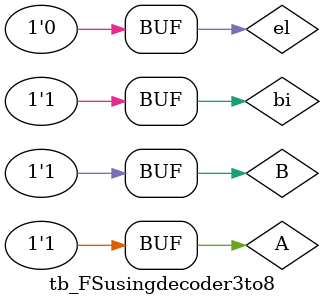
<source format=v>
module decoder3to8df(output [7:0]Y,input el,input [2:0]B);
  assign Y[0]=(~el)&(~(B[2])&(~B[1])&(~B[0]));
    assign Y[1]=(~el)&(~(B[2])&(~B[1])&(B[0]));
      assign Y[2]=(~el)&(~(B[2])&(B[1])&(~B[0]));
      assign Y[3]=(~el)&(~(B[2])&(B[1])&(B[0]));
      assign Y[4]=(~el)&((B[2])&(~B[1])&(~B[0]));
      assign Y[5]=(~el)&((B[2])&(~B[1])&(B[0]));
      assign Y[6]=(~el)&((B[2])&(B[1])&(~B[0]));
      assign Y[7]=(~el)&((B[2])&(B[1])&(B[0]));
endmodule

module FSusingdecoder3to8(output D,bi1,input A,B,bi,el);              
  wire[7:0]M;
  decoder3to8df fsdecoderusing(M,el,{A,B,bi});
  or g1(D,M[1],M[2],M[4],M[7]);
  or g2(bi1,M[1],M[2],M[3],M[7]);
endmodule
             

// Code your testbench here
// or browse Examples
module tb_FSusingdecoder3to8;
  reg A,B,bi,el;
  wire D,bi1;
  FSusingdecoder3to8 DUT(D,bi1,A,B,bi,el);              
  
    initial begin
      el=0;
      A=1'b0;   B=1'b0;  bi=1'b0;
      #5 A=1'b0;   B=1'b0;  bi=1'b1;
      #5 A=1'b0;   B=1'b1;  bi=1'b0;
      #5 A=1'b0;   B=1'b1;  bi=1'b1;
      #5 A=1'b1;   B=1'b0;  bi=1'b0;
      #5 A=1'b1;   B=1'b0;  bi=1'b1;
      #5 A=1'b1;   B=1'b1;  bi=1'b0;
            #5 A=1'b1;   B=1'b1;  bi=1'b1;

     // #5 A=1'b0;   B=1'b0;  bi=1'b1;
     // #5 A=1'b0;   B=1'b0;  bi=1'b0;


  end
  initial
    begin
      $monitor($time,"   inputs are %B %b %b difference is %b borrow is %b  ",A,B,bi,D,bi1);
      
    end
  
endmodule

</source>
